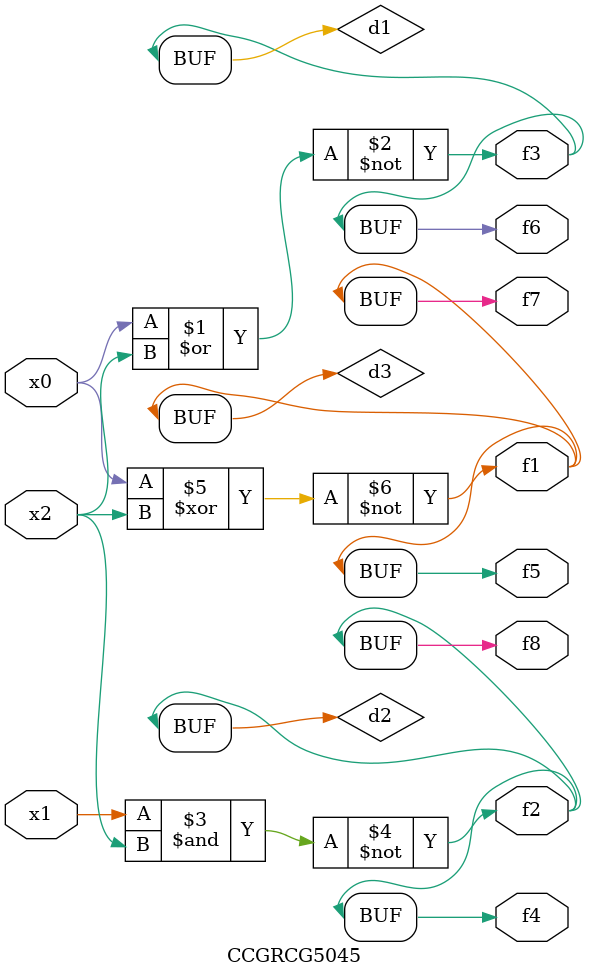
<source format=v>
module CCGRCG5045(
	input x0, x1, x2,
	output f1, f2, f3, f4, f5, f6, f7, f8
);

	wire d1, d2, d3;

	nor (d1, x0, x2);
	nand (d2, x1, x2);
	xnor (d3, x0, x2);
	assign f1 = d3;
	assign f2 = d2;
	assign f3 = d1;
	assign f4 = d2;
	assign f5 = d3;
	assign f6 = d1;
	assign f7 = d3;
	assign f8 = d2;
endmodule

</source>
